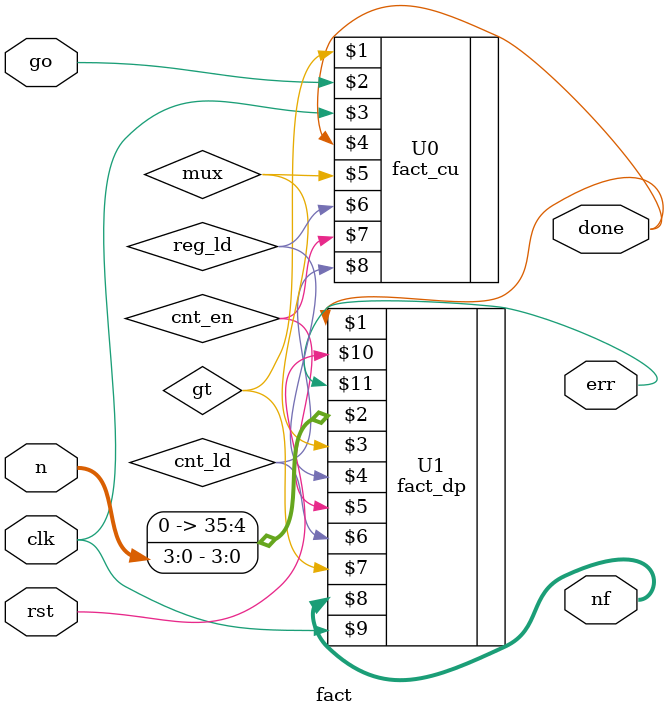
<source format=v>
module fact(
       input clk, rst, go,
       input [3:0] n,
       output done, err,
       output [31:0] nf
);


wire cnt_ld, cnt_en, reg_ld, mux, gt;


fact_cu              U0(gt, go, clk, done, mux, reg_ld, cnt_en, cnt_ld);
fact_dp              U1(done, {0,n}, mux, reg_ld, cnt_en, cnt_ld, gt, nf, clk, rst, err);


endmodule



</source>
